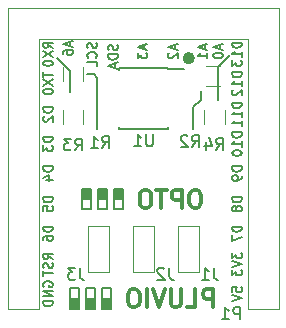
<source format=gbr>
G04 #@! TF.FileFunction,Legend,Bot*
%FSLAX46Y46*%
G04 Gerber Fmt 4.6, Leading zero omitted, Abs format (unit mm)*
G04 Created by KiCad (PCBNEW 4.0.5) date 04/10/19 11:09:41*
%MOMM*%
%LPD*%
G01*
G04 APERTURE LIST*
%ADD10C,0.100000*%
%ADD11C,0.150000*%
%ADD12C,0.500000*%
%ADD13C,0.300000*%
%ADD14C,0.120000*%
G04 APERTURE END LIST*
D10*
D11*
X155611000Y-72375000D02*
X155611000Y-74225000D01*
X156261000Y-71725000D02*
X155611000Y-72375000D01*
X156261000Y-70975000D02*
X156261000Y-71725000D01*
X147211000Y-69575000D02*
X146661000Y-69575000D01*
X147511000Y-69875000D02*
X147211000Y-69575000D01*
X147511000Y-74225000D02*
X147511000Y-69875000D01*
D12*
X155530258Y-68225000D02*
G75*
G03X155530258Y-68225000I-269258J0D01*
G01*
D11*
X148711000Y-89425000D02*
X148711000Y-87675000D01*
X148711000Y-87675000D02*
X147911000Y-87675000D01*
X147911000Y-87675000D02*
X147911000Y-89425000D01*
X147911000Y-89425000D02*
X148711000Y-89425000D01*
X148711000Y-89425000D02*
X148711000Y-89275000D01*
X148711000Y-89275000D02*
X147961000Y-89275000D01*
X147961000Y-89275000D02*
X147961000Y-89125000D01*
X147961000Y-89175000D02*
X148661000Y-89175000D01*
X148661000Y-89125000D02*
X148661000Y-88975000D01*
X148661000Y-89025000D02*
X148011000Y-89025000D01*
X148011000Y-88975000D02*
X148011000Y-88825000D01*
X148011000Y-88875000D02*
X148611000Y-88875000D01*
X148611000Y-88825000D02*
X148611000Y-88675000D01*
X148611000Y-88775000D02*
X148011000Y-88775000D01*
X148011000Y-88675000D02*
X148011000Y-88575000D01*
X148011000Y-88675000D02*
X148661000Y-88675000D01*
X148661000Y-88575000D02*
X147961000Y-88575000D01*
X147311000Y-88575000D02*
X146611000Y-88575000D01*
X146661000Y-88675000D02*
X147311000Y-88675000D01*
X146661000Y-88675000D02*
X146661000Y-88575000D01*
X147261000Y-88775000D02*
X146661000Y-88775000D01*
X147261000Y-88825000D02*
X147261000Y-88675000D01*
X146661000Y-88875000D02*
X147261000Y-88875000D01*
X146661000Y-88975000D02*
X146661000Y-88825000D01*
X147311000Y-89025000D02*
X146661000Y-89025000D01*
X147311000Y-89125000D02*
X147311000Y-88975000D01*
X146611000Y-89175000D02*
X147311000Y-89175000D01*
X146611000Y-89275000D02*
X146611000Y-89125000D01*
X147361000Y-89275000D02*
X146611000Y-89275000D01*
X147361000Y-89425000D02*
X147361000Y-89275000D01*
X146561000Y-89425000D02*
X147361000Y-89425000D01*
X146561000Y-87675000D02*
X146561000Y-89425000D01*
X147361000Y-87675000D02*
X146561000Y-87675000D01*
X147361000Y-89425000D02*
X147361000Y-87675000D01*
X146011000Y-89425000D02*
X146011000Y-87675000D01*
X146011000Y-87675000D02*
X145211000Y-87675000D01*
X145211000Y-87675000D02*
X145211000Y-89425000D01*
X145211000Y-89425000D02*
X146011000Y-89425000D01*
X146011000Y-89425000D02*
X146011000Y-89275000D01*
X146011000Y-89275000D02*
X145261000Y-89275000D01*
X145261000Y-89275000D02*
X145261000Y-89125000D01*
X145261000Y-89175000D02*
X145961000Y-89175000D01*
X145961000Y-89125000D02*
X145961000Y-88975000D01*
X145961000Y-89025000D02*
X145311000Y-89025000D01*
X145311000Y-88975000D02*
X145311000Y-88825000D01*
X145311000Y-88875000D02*
X145911000Y-88875000D01*
X145911000Y-88825000D02*
X145911000Y-88675000D01*
X145911000Y-88775000D02*
X145311000Y-88775000D01*
X145311000Y-88675000D02*
X145311000Y-88575000D01*
X145311000Y-88675000D02*
X145961000Y-88675000D01*
X145961000Y-88575000D02*
X145261000Y-88575000D01*
D13*
X157311001Y-89303571D02*
X157311001Y-87803571D01*
X156739573Y-87803571D01*
X156596715Y-87875000D01*
X156525287Y-87946429D01*
X156453858Y-88089286D01*
X156453858Y-88303571D01*
X156525287Y-88446429D01*
X156596715Y-88517857D01*
X156739573Y-88589286D01*
X157311001Y-88589286D01*
X155096715Y-89303571D02*
X155811001Y-89303571D01*
X155811001Y-87803571D01*
X154596715Y-87803571D02*
X154596715Y-89017857D01*
X154525287Y-89160714D01*
X154453858Y-89232143D01*
X154311001Y-89303571D01*
X154025287Y-89303571D01*
X153882429Y-89232143D01*
X153811001Y-89160714D01*
X153739572Y-89017857D01*
X153739572Y-87803571D01*
X153239572Y-87803571D02*
X152739572Y-89303571D01*
X152239572Y-87803571D01*
X151739572Y-89303571D02*
X151739572Y-87803571D01*
X150739572Y-87803571D02*
X150453858Y-87803571D01*
X150311000Y-87875000D01*
X150168143Y-88017857D01*
X150096715Y-88303571D01*
X150096715Y-88803571D01*
X150168143Y-89089286D01*
X150311000Y-89232143D01*
X150453858Y-89303571D01*
X150739572Y-89303571D01*
X150882429Y-89232143D01*
X151025286Y-89089286D01*
X151096715Y-88803571D01*
X151096715Y-88303571D01*
X151025286Y-88017857D01*
X150882429Y-87875000D01*
X150739572Y-87803571D01*
X155953858Y-79403571D02*
X155668144Y-79403571D01*
X155525286Y-79475000D01*
X155382429Y-79617857D01*
X155311001Y-79903571D01*
X155311001Y-80403571D01*
X155382429Y-80689286D01*
X155525286Y-80832143D01*
X155668144Y-80903571D01*
X155953858Y-80903571D01*
X156096715Y-80832143D01*
X156239572Y-80689286D01*
X156311001Y-80403571D01*
X156311001Y-79903571D01*
X156239572Y-79617857D01*
X156096715Y-79475000D01*
X155953858Y-79403571D01*
X154668143Y-80903571D02*
X154668143Y-79403571D01*
X154096715Y-79403571D01*
X153953857Y-79475000D01*
X153882429Y-79546429D01*
X153811000Y-79689286D01*
X153811000Y-79903571D01*
X153882429Y-80046429D01*
X153953857Y-80117857D01*
X154096715Y-80189286D01*
X154668143Y-80189286D01*
X153382429Y-79403571D02*
X152525286Y-79403571D01*
X152953857Y-80903571D02*
X152953857Y-79403571D01*
X151739572Y-79403571D02*
X151453858Y-79403571D01*
X151311000Y-79475000D01*
X151168143Y-79617857D01*
X151096715Y-79903571D01*
X151096715Y-80403571D01*
X151168143Y-80689286D01*
X151311000Y-80832143D01*
X151453858Y-80903571D01*
X151739572Y-80903571D01*
X151882429Y-80832143D01*
X152025286Y-80689286D01*
X152096715Y-80403571D01*
X152096715Y-79903571D01*
X152025286Y-79617857D01*
X151882429Y-79475000D01*
X151739572Y-79403571D01*
D11*
X148961000Y-80125000D02*
X149661000Y-80125000D01*
X149611000Y-80025000D02*
X148961000Y-80025000D01*
X149611000Y-80025000D02*
X149611000Y-80125000D01*
X149011000Y-79925000D02*
X149611000Y-79925000D01*
X149011000Y-79875000D02*
X149011000Y-80025000D01*
X149611000Y-79825000D02*
X149011000Y-79825000D01*
X149611000Y-79725000D02*
X149611000Y-79875000D01*
X148961000Y-79675000D02*
X149611000Y-79675000D01*
X148961000Y-79575000D02*
X148961000Y-79725000D01*
X149661000Y-79525000D02*
X148961000Y-79525000D01*
X149661000Y-79425000D02*
X149661000Y-79575000D01*
X148911000Y-79425000D02*
X149661000Y-79425000D01*
X148911000Y-79275000D02*
X148911000Y-79425000D01*
X149711000Y-79275000D02*
X148911000Y-79275000D01*
X149711000Y-81025000D02*
X149711000Y-79275000D01*
X148911000Y-81025000D02*
X149711000Y-81025000D01*
X148911000Y-79275000D02*
X148911000Y-81025000D01*
X147561000Y-79275000D02*
X147561000Y-81025000D01*
X147561000Y-81025000D02*
X148361000Y-81025000D01*
X148361000Y-81025000D02*
X148361000Y-79275000D01*
X148361000Y-79275000D02*
X147561000Y-79275000D01*
X147561000Y-79275000D02*
X147561000Y-79425000D01*
X147561000Y-79425000D02*
X148311000Y-79425000D01*
X148311000Y-79425000D02*
X148311000Y-79575000D01*
X148311000Y-79525000D02*
X147611000Y-79525000D01*
X147611000Y-79575000D02*
X147611000Y-79725000D01*
X147611000Y-79675000D02*
X148261000Y-79675000D01*
X148261000Y-79725000D02*
X148261000Y-79875000D01*
X148261000Y-79825000D02*
X147661000Y-79825000D01*
X147661000Y-79875000D02*
X147661000Y-80025000D01*
X147661000Y-79925000D02*
X148261000Y-79925000D01*
X148261000Y-80025000D02*
X148261000Y-80125000D01*
X148261000Y-80025000D02*
X147611000Y-80025000D01*
X147611000Y-80125000D02*
X148311000Y-80125000D01*
X146261000Y-80125000D02*
X146961000Y-80125000D01*
X146911000Y-80025000D02*
X146261000Y-80025000D01*
X146911000Y-80025000D02*
X146911000Y-80125000D01*
X146311000Y-79925000D02*
X146911000Y-79925000D01*
X146311000Y-79875000D02*
X146311000Y-80025000D01*
X146911000Y-79825000D02*
X146311000Y-79825000D01*
X146911000Y-79725000D02*
X146911000Y-79875000D01*
X146261000Y-79675000D02*
X146911000Y-79675000D01*
X146261000Y-79575000D02*
X146261000Y-79725000D01*
X146961000Y-79525000D02*
X146261000Y-79525000D01*
X146961000Y-79425000D02*
X146961000Y-79575000D01*
X146211000Y-79425000D02*
X146961000Y-79425000D01*
X146211000Y-79275000D02*
X146211000Y-79425000D01*
X147011000Y-79275000D02*
X146211000Y-79275000D01*
X147011000Y-81025000D02*
X147011000Y-79275000D01*
X146211000Y-81025000D02*
X147011000Y-81025000D01*
X146211000Y-79275000D02*
X146211000Y-81025000D01*
X145171000Y-69265000D02*
X144071000Y-68165000D01*
X145171000Y-69265000D02*
X145171000Y-71065000D01*
X158771000Y-67965000D02*
X157771000Y-68965000D01*
X157771000Y-68965000D02*
X157771000Y-71765000D01*
D14*
X139921000Y-89495000D02*
X139921000Y-63975000D01*
X139921000Y-63975000D02*
X162901000Y-63975000D01*
X162901000Y-89495000D02*
X162901000Y-63975000D01*
X160241000Y-89495000D02*
X160241000Y-66635000D01*
X160241000Y-66635000D02*
X142581000Y-66635000D01*
X142581000Y-89495000D02*
X142581000Y-66635000D01*
X142581000Y-89495000D02*
X142581000Y-82685000D01*
X162901000Y-89495000D02*
X160241000Y-89495000D01*
X139921000Y-89495000D02*
X142581000Y-89495000D01*
X162901000Y-67845000D02*
X162901000Y-66515000D01*
X156101000Y-82465000D02*
X156101000Y-86285000D01*
X156101000Y-86285000D02*
X154321000Y-86285000D01*
X154321000Y-86285000D02*
X154321000Y-82465000D01*
X156101000Y-82465000D02*
X154321000Y-82465000D01*
X152301000Y-82465000D02*
X152301000Y-86285000D01*
X152301000Y-86285000D02*
X150521000Y-86285000D01*
X150521000Y-86285000D02*
X150521000Y-82465000D01*
X152301000Y-82465000D02*
X150521000Y-82465000D01*
X148501000Y-82465000D02*
X148501000Y-86285000D01*
X148501000Y-86285000D02*
X146721000Y-86285000D01*
X146721000Y-86285000D02*
X146721000Y-82465000D01*
X148501000Y-82465000D02*
X146721000Y-82465000D01*
X144581000Y-68925000D02*
X144581000Y-70125000D01*
X146341000Y-70125000D02*
X146341000Y-68925000D01*
X156711000Y-70605000D02*
X157911000Y-70605000D01*
X157911000Y-68845000D02*
X156711000Y-68845000D01*
X144581000Y-72625000D02*
X144581000Y-73825000D01*
X146341000Y-73825000D02*
X146341000Y-72625000D01*
X156531000Y-72625000D02*
X156531000Y-73825000D01*
X158291000Y-73825000D02*
X158291000Y-72625000D01*
D11*
X153486000Y-69050000D02*
X153486000Y-69100000D01*
X149336000Y-69050000D02*
X149336000Y-69195000D01*
X149336000Y-74200000D02*
X149336000Y-74055000D01*
X153486000Y-74200000D02*
X153486000Y-74055000D01*
X153486000Y-69050000D02*
X149336000Y-69050000D01*
X153486000Y-74200000D02*
X149336000Y-74200000D01*
X153486000Y-69100000D02*
X154886000Y-69100000D01*
X159599095Y-90327381D02*
X159599095Y-89327381D01*
X159218142Y-89327381D01*
X159122904Y-89375000D01*
X159075285Y-89422619D01*
X159027666Y-89517857D01*
X159027666Y-89660714D01*
X159075285Y-89755952D01*
X159122904Y-89803571D01*
X159218142Y-89851190D01*
X159599095Y-89851190D01*
X158075285Y-90327381D02*
X158646714Y-90327381D01*
X158361000Y-90327381D02*
X158361000Y-89327381D01*
X158456238Y-89470238D01*
X158551476Y-89565476D01*
X158646714Y-89613095D01*
X142971000Y-87555477D02*
X142932905Y-87479286D01*
X142932905Y-87365001D01*
X142971000Y-87250715D01*
X143047190Y-87174524D01*
X143123381Y-87136429D01*
X143275762Y-87098334D01*
X143390048Y-87098334D01*
X143542429Y-87136429D01*
X143618619Y-87174524D01*
X143694810Y-87250715D01*
X143732905Y-87365001D01*
X143732905Y-87441191D01*
X143694810Y-87555477D01*
X143656714Y-87593572D01*
X143390048Y-87593572D01*
X143390048Y-87441191D01*
X143732905Y-87936429D02*
X142932905Y-87936429D01*
X143732905Y-88393572D01*
X142932905Y-88393572D01*
X143732905Y-88774524D02*
X142932905Y-88774524D01*
X142932905Y-88965000D01*
X142971000Y-89079286D01*
X143047190Y-89155477D01*
X143123381Y-89193572D01*
X143275762Y-89231667D01*
X143390048Y-89231667D01*
X143542429Y-89193572D01*
X143618619Y-89155477D01*
X143694810Y-89079286D01*
X143732905Y-88965000D01*
X143732905Y-88774524D01*
X143732905Y-85226905D02*
X143351952Y-84960238D01*
X143732905Y-84769762D02*
X142932905Y-84769762D01*
X142932905Y-85074524D01*
X142971000Y-85150715D01*
X143009095Y-85188810D01*
X143085286Y-85226905D01*
X143199571Y-85226905D01*
X143275762Y-85188810D01*
X143313857Y-85150715D01*
X143351952Y-85074524D01*
X143351952Y-84769762D01*
X143694810Y-85531667D02*
X143732905Y-85645953D01*
X143732905Y-85836429D01*
X143694810Y-85912619D01*
X143656714Y-85950715D01*
X143580524Y-85988810D01*
X143504333Y-85988810D01*
X143428143Y-85950715D01*
X143390048Y-85912619D01*
X143351952Y-85836429D01*
X143313857Y-85684048D01*
X143275762Y-85607857D01*
X143237667Y-85569762D01*
X143161476Y-85531667D01*
X143085286Y-85531667D01*
X143009095Y-85569762D01*
X142971000Y-85607857D01*
X142932905Y-85684048D01*
X142932905Y-85874524D01*
X142971000Y-85988810D01*
X142932905Y-86217381D02*
X142932905Y-86674524D01*
X143732905Y-86445953D02*
X142932905Y-86445953D01*
X143732905Y-82474524D02*
X142932905Y-82474524D01*
X142932905Y-82665000D01*
X142971000Y-82779286D01*
X143047190Y-82855477D01*
X143123381Y-82893572D01*
X143275762Y-82931667D01*
X143390048Y-82931667D01*
X143542429Y-82893572D01*
X143618619Y-82855477D01*
X143694810Y-82779286D01*
X143732905Y-82665000D01*
X143732905Y-82474524D01*
X142932905Y-83617381D02*
X142932905Y-83465000D01*
X142971000Y-83388810D01*
X143009095Y-83350715D01*
X143123381Y-83274524D01*
X143275762Y-83236429D01*
X143580524Y-83236429D01*
X143656714Y-83274524D01*
X143694810Y-83312619D01*
X143732905Y-83388810D01*
X143732905Y-83541191D01*
X143694810Y-83617381D01*
X143656714Y-83655477D01*
X143580524Y-83693572D01*
X143390048Y-83693572D01*
X143313857Y-83655477D01*
X143275762Y-83617381D01*
X143237667Y-83541191D01*
X143237667Y-83388810D01*
X143275762Y-83312619D01*
X143313857Y-83274524D01*
X143390048Y-83236429D01*
X143732905Y-79974524D02*
X142932905Y-79974524D01*
X142932905Y-80165000D01*
X142971000Y-80279286D01*
X143047190Y-80355477D01*
X143123381Y-80393572D01*
X143275762Y-80431667D01*
X143390048Y-80431667D01*
X143542429Y-80393572D01*
X143618619Y-80355477D01*
X143694810Y-80279286D01*
X143732905Y-80165000D01*
X143732905Y-79974524D01*
X142932905Y-81155477D02*
X142932905Y-80774524D01*
X143313857Y-80736429D01*
X143275762Y-80774524D01*
X143237667Y-80850715D01*
X143237667Y-81041191D01*
X143275762Y-81117381D01*
X143313857Y-81155477D01*
X143390048Y-81193572D01*
X143580524Y-81193572D01*
X143656714Y-81155477D01*
X143694810Y-81117381D01*
X143732905Y-81041191D01*
X143732905Y-80850715D01*
X143694810Y-80774524D01*
X143656714Y-80736429D01*
X143732905Y-77374524D02*
X142932905Y-77374524D01*
X142932905Y-77565000D01*
X142971000Y-77679286D01*
X143047190Y-77755477D01*
X143123381Y-77793572D01*
X143275762Y-77831667D01*
X143390048Y-77831667D01*
X143542429Y-77793572D01*
X143618619Y-77755477D01*
X143694810Y-77679286D01*
X143732905Y-77565000D01*
X143732905Y-77374524D01*
X143199571Y-78517381D02*
X143732905Y-78517381D01*
X142894810Y-78326905D02*
X143466238Y-78136429D01*
X143466238Y-78631667D01*
X143732905Y-74874524D02*
X142932905Y-74874524D01*
X142932905Y-75065000D01*
X142971000Y-75179286D01*
X143047190Y-75255477D01*
X143123381Y-75293572D01*
X143275762Y-75331667D01*
X143390048Y-75331667D01*
X143542429Y-75293572D01*
X143618619Y-75255477D01*
X143694810Y-75179286D01*
X143732905Y-75065000D01*
X143732905Y-74874524D01*
X142932905Y-75598334D02*
X142932905Y-76093572D01*
X143237667Y-75826905D01*
X143237667Y-75941191D01*
X143275762Y-76017381D01*
X143313857Y-76055477D01*
X143390048Y-76093572D01*
X143580524Y-76093572D01*
X143656714Y-76055477D01*
X143694810Y-76017381D01*
X143732905Y-75941191D01*
X143732905Y-75712619D01*
X143694810Y-75636429D01*
X143656714Y-75598334D01*
X143732905Y-72374524D02*
X142932905Y-72374524D01*
X142932905Y-72565000D01*
X142971000Y-72679286D01*
X143047190Y-72755477D01*
X143123381Y-72793572D01*
X143275762Y-72831667D01*
X143390048Y-72831667D01*
X143542429Y-72793572D01*
X143618619Y-72755477D01*
X143694810Y-72679286D01*
X143732905Y-72565000D01*
X143732905Y-72374524D01*
X143009095Y-73136429D02*
X142971000Y-73174524D01*
X142932905Y-73250715D01*
X142932905Y-73441191D01*
X142971000Y-73517381D01*
X143009095Y-73555477D01*
X143085286Y-73593572D01*
X143161476Y-73593572D01*
X143275762Y-73555477D01*
X143732905Y-73098334D01*
X143732905Y-73593572D01*
X142932905Y-69374523D02*
X142932905Y-69831666D01*
X143732905Y-69603095D02*
X142932905Y-69603095D01*
X142932905Y-70022143D02*
X143732905Y-70555476D01*
X142932905Y-70555476D02*
X143732905Y-70022143D01*
X142932905Y-71012619D02*
X142932905Y-71088810D01*
X142971000Y-71165000D01*
X143009095Y-71203095D01*
X143085286Y-71241191D01*
X143237667Y-71279286D01*
X143428143Y-71279286D01*
X143580524Y-71241191D01*
X143656714Y-71203095D01*
X143694810Y-71165000D01*
X143732905Y-71088810D01*
X143732905Y-71012619D01*
X143694810Y-70936429D01*
X143656714Y-70898333D01*
X143580524Y-70860238D01*
X143428143Y-70822143D01*
X143237667Y-70822143D01*
X143085286Y-70860238D01*
X143009095Y-70898333D01*
X142971000Y-70936429D01*
X142932905Y-71012619D01*
X143732905Y-67350714D02*
X143351952Y-67084047D01*
X143732905Y-66893571D02*
X142932905Y-66893571D01*
X142932905Y-67198333D01*
X142971000Y-67274524D01*
X143009095Y-67312619D01*
X143085286Y-67350714D01*
X143199571Y-67350714D01*
X143275762Y-67312619D01*
X143313857Y-67274524D01*
X143351952Y-67198333D01*
X143351952Y-66893571D01*
X142932905Y-67617381D02*
X143732905Y-68150714D01*
X142932905Y-68150714D02*
X143732905Y-67617381D01*
X142932905Y-68607857D02*
X142932905Y-68684048D01*
X142971000Y-68760238D01*
X143009095Y-68798333D01*
X143085286Y-68836429D01*
X143237667Y-68874524D01*
X143428143Y-68874524D01*
X143580524Y-68836429D01*
X143656714Y-68798333D01*
X143694810Y-68760238D01*
X143732905Y-68684048D01*
X143732905Y-68607857D01*
X143694810Y-68531667D01*
X143656714Y-68493571D01*
X143580524Y-68455476D01*
X143428143Y-68417381D01*
X143237667Y-68417381D01*
X143085286Y-68455476D01*
X143009095Y-68493571D01*
X142971000Y-68531667D01*
X142932905Y-68607857D01*
X145194333Y-66803572D02*
X145194333Y-67184524D01*
X145422905Y-66727381D02*
X144622905Y-66994048D01*
X145422905Y-67260715D01*
X144622905Y-67870238D02*
X144622905Y-67717857D01*
X144661000Y-67641667D01*
X144699095Y-67603572D01*
X144813381Y-67527381D01*
X144965762Y-67489286D01*
X145270524Y-67489286D01*
X145346714Y-67527381D01*
X145384810Y-67565476D01*
X145422905Y-67641667D01*
X145422905Y-67794048D01*
X145384810Y-67870238D01*
X145346714Y-67908334D01*
X145270524Y-67946429D01*
X145080048Y-67946429D01*
X145003857Y-67908334D01*
X144965762Y-67870238D01*
X144927667Y-67794048D01*
X144927667Y-67641667D01*
X144965762Y-67565476D01*
X145003857Y-67527381D01*
X145080048Y-67489286D01*
X147434810Y-66922619D02*
X147472905Y-67036905D01*
X147472905Y-67227381D01*
X147434810Y-67303571D01*
X147396714Y-67341667D01*
X147320524Y-67379762D01*
X147244333Y-67379762D01*
X147168143Y-67341667D01*
X147130048Y-67303571D01*
X147091952Y-67227381D01*
X147053857Y-67075000D01*
X147015762Y-66998809D01*
X146977667Y-66960714D01*
X146901476Y-66922619D01*
X146825286Y-66922619D01*
X146749095Y-66960714D01*
X146711000Y-66998809D01*
X146672905Y-67075000D01*
X146672905Y-67265476D01*
X146711000Y-67379762D01*
X147396714Y-68179762D02*
X147434810Y-68141667D01*
X147472905Y-68027381D01*
X147472905Y-67951191D01*
X147434810Y-67836905D01*
X147358619Y-67760714D01*
X147282429Y-67722619D01*
X147130048Y-67684524D01*
X147015762Y-67684524D01*
X146863381Y-67722619D01*
X146787190Y-67760714D01*
X146711000Y-67836905D01*
X146672905Y-67951191D01*
X146672905Y-68027381D01*
X146711000Y-68141667D01*
X146749095Y-68179762D01*
X147472905Y-68903572D02*
X147472905Y-68522619D01*
X146672905Y-68522619D01*
X149194810Y-67093572D02*
X149232905Y-67207858D01*
X149232905Y-67398334D01*
X149194810Y-67474524D01*
X149156714Y-67512620D01*
X149080524Y-67550715D01*
X149004333Y-67550715D01*
X148928143Y-67512620D01*
X148890048Y-67474524D01*
X148851952Y-67398334D01*
X148813857Y-67245953D01*
X148775762Y-67169762D01*
X148737667Y-67131667D01*
X148661476Y-67093572D01*
X148585286Y-67093572D01*
X148509095Y-67131667D01*
X148471000Y-67169762D01*
X148432905Y-67245953D01*
X148432905Y-67436429D01*
X148471000Y-67550715D01*
X149232905Y-67893572D02*
X148432905Y-67893572D01*
X148432905Y-68084048D01*
X148471000Y-68198334D01*
X148547190Y-68274525D01*
X148623381Y-68312620D01*
X148775762Y-68350715D01*
X148890048Y-68350715D01*
X149042429Y-68312620D01*
X149118619Y-68274525D01*
X149194810Y-68198334D01*
X149232905Y-68084048D01*
X149232905Y-67893572D01*
X149004333Y-68655477D02*
X149004333Y-69036429D01*
X149232905Y-68579286D02*
X148432905Y-68845953D01*
X149232905Y-69112620D01*
X151504333Y-67093572D02*
X151504333Y-67474524D01*
X151732905Y-67017381D02*
X150932905Y-67284048D01*
X151732905Y-67550715D01*
X150932905Y-67741191D02*
X150932905Y-68236429D01*
X151237667Y-67969762D01*
X151237667Y-68084048D01*
X151275762Y-68160238D01*
X151313857Y-68198334D01*
X151390048Y-68236429D01*
X151580524Y-68236429D01*
X151656714Y-68198334D01*
X151694810Y-68160238D01*
X151732905Y-68084048D01*
X151732905Y-67855476D01*
X151694810Y-67779286D01*
X151656714Y-67741191D01*
X154104333Y-67093572D02*
X154104333Y-67474524D01*
X154332905Y-67017381D02*
X153532905Y-67284048D01*
X154332905Y-67550715D01*
X153609095Y-67779286D02*
X153571000Y-67817381D01*
X153532905Y-67893572D01*
X153532905Y-68084048D01*
X153571000Y-68160238D01*
X153609095Y-68198334D01*
X153685286Y-68236429D01*
X153761476Y-68236429D01*
X153875762Y-68198334D01*
X154332905Y-67741191D01*
X154332905Y-68236429D01*
X156604333Y-67093572D02*
X156604333Y-67474524D01*
X156832905Y-67017381D02*
X156032905Y-67284048D01*
X156832905Y-67550715D01*
X156832905Y-68236429D02*
X156832905Y-67779286D01*
X156832905Y-68007857D02*
X156032905Y-68007857D01*
X156147190Y-67931667D01*
X156223381Y-67855476D01*
X156261476Y-67779286D01*
X157904333Y-67093572D02*
X157904333Y-67474524D01*
X158132905Y-67017381D02*
X157332905Y-67284048D01*
X158132905Y-67550715D01*
X157332905Y-67969762D02*
X157332905Y-68045953D01*
X157371000Y-68122143D01*
X157409095Y-68160238D01*
X157485286Y-68198334D01*
X157637667Y-68236429D01*
X157828143Y-68236429D01*
X157980524Y-68198334D01*
X158056714Y-68160238D01*
X158094810Y-68122143D01*
X158132905Y-68045953D01*
X158132905Y-67969762D01*
X158094810Y-67893572D01*
X158056714Y-67855476D01*
X157980524Y-67817381D01*
X157828143Y-67779286D01*
X157637667Y-67779286D01*
X157485286Y-67817381D01*
X157409095Y-67855476D01*
X157371000Y-67893572D01*
X157332905Y-67969762D01*
X159732905Y-66893571D02*
X158932905Y-66893571D01*
X158932905Y-67084047D01*
X158971000Y-67198333D01*
X159047190Y-67274524D01*
X159123381Y-67312619D01*
X159275762Y-67350714D01*
X159390048Y-67350714D01*
X159542429Y-67312619D01*
X159618619Y-67274524D01*
X159694810Y-67198333D01*
X159732905Y-67084047D01*
X159732905Y-66893571D01*
X159732905Y-68112619D02*
X159732905Y-67655476D01*
X159732905Y-67884047D02*
X158932905Y-67884047D01*
X159047190Y-67807857D01*
X159123381Y-67731666D01*
X159161476Y-67655476D01*
X158932905Y-68379286D02*
X158932905Y-68874524D01*
X159237667Y-68607857D01*
X159237667Y-68722143D01*
X159275762Y-68798333D01*
X159313857Y-68836429D01*
X159390048Y-68874524D01*
X159580524Y-68874524D01*
X159656714Y-68836429D01*
X159694810Y-68798333D01*
X159732905Y-68722143D01*
X159732905Y-68493571D01*
X159694810Y-68417381D01*
X159656714Y-68379286D01*
X159732905Y-69393571D02*
X158932905Y-69393571D01*
X158932905Y-69584047D01*
X158971000Y-69698333D01*
X159047190Y-69774524D01*
X159123381Y-69812619D01*
X159275762Y-69850714D01*
X159390048Y-69850714D01*
X159542429Y-69812619D01*
X159618619Y-69774524D01*
X159694810Y-69698333D01*
X159732905Y-69584047D01*
X159732905Y-69393571D01*
X159732905Y-70612619D02*
X159732905Y-70155476D01*
X159732905Y-70384047D02*
X158932905Y-70384047D01*
X159047190Y-70307857D01*
X159123381Y-70231666D01*
X159161476Y-70155476D01*
X159009095Y-70917381D02*
X158971000Y-70955476D01*
X158932905Y-71031667D01*
X158932905Y-71222143D01*
X158971000Y-71298333D01*
X159009095Y-71336429D01*
X159085286Y-71374524D01*
X159161476Y-71374524D01*
X159275762Y-71336429D01*
X159732905Y-70879286D01*
X159732905Y-71374524D01*
X159732905Y-71993571D02*
X158932905Y-71993571D01*
X158932905Y-72184047D01*
X158971000Y-72298333D01*
X159047190Y-72374524D01*
X159123381Y-72412619D01*
X159275762Y-72450714D01*
X159390048Y-72450714D01*
X159542429Y-72412619D01*
X159618619Y-72374524D01*
X159694810Y-72298333D01*
X159732905Y-72184047D01*
X159732905Y-71993571D01*
X159732905Y-73212619D02*
X159732905Y-72755476D01*
X159732905Y-72984047D02*
X158932905Y-72984047D01*
X159047190Y-72907857D01*
X159123381Y-72831666D01*
X159161476Y-72755476D01*
X159732905Y-73974524D02*
X159732905Y-73517381D01*
X159732905Y-73745952D02*
X158932905Y-73745952D01*
X159047190Y-73669762D01*
X159123381Y-73593571D01*
X159161476Y-73517381D01*
X159732905Y-74493571D02*
X158932905Y-74493571D01*
X158932905Y-74684047D01*
X158971000Y-74798333D01*
X159047190Y-74874524D01*
X159123381Y-74912619D01*
X159275762Y-74950714D01*
X159390048Y-74950714D01*
X159542429Y-74912619D01*
X159618619Y-74874524D01*
X159694810Y-74798333D01*
X159732905Y-74684047D01*
X159732905Y-74493571D01*
X159732905Y-75712619D02*
X159732905Y-75255476D01*
X159732905Y-75484047D02*
X158932905Y-75484047D01*
X159047190Y-75407857D01*
X159123381Y-75331666D01*
X159161476Y-75255476D01*
X158932905Y-76207857D02*
X158932905Y-76284048D01*
X158971000Y-76360238D01*
X159009095Y-76398333D01*
X159085286Y-76436429D01*
X159237667Y-76474524D01*
X159428143Y-76474524D01*
X159580524Y-76436429D01*
X159656714Y-76398333D01*
X159694810Y-76360238D01*
X159732905Y-76284048D01*
X159732905Y-76207857D01*
X159694810Y-76131667D01*
X159656714Y-76093571D01*
X159580524Y-76055476D01*
X159428143Y-76017381D01*
X159237667Y-76017381D01*
X159085286Y-76055476D01*
X159009095Y-76093571D01*
X158971000Y-76131667D01*
X158932905Y-76207857D01*
X159732905Y-77374524D02*
X158932905Y-77374524D01*
X158932905Y-77565000D01*
X158971000Y-77679286D01*
X159047190Y-77755477D01*
X159123381Y-77793572D01*
X159275762Y-77831667D01*
X159390048Y-77831667D01*
X159542429Y-77793572D01*
X159618619Y-77755477D01*
X159694810Y-77679286D01*
X159732905Y-77565000D01*
X159732905Y-77374524D01*
X159732905Y-78212619D02*
X159732905Y-78365000D01*
X159694810Y-78441191D01*
X159656714Y-78479286D01*
X159542429Y-78555477D01*
X159390048Y-78593572D01*
X159085286Y-78593572D01*
X159009095Y-78555477D01*
X158971000Y-78517381D01*
X158932905Y-78441191D01*
X158932905Y-78288810D01*
X158971000Y-78212619D01*
X159009095Y-78174524D01*
X159085286Y-78136429D01*
X159275762Y-78136429D01*
X159351952Y-78174524D01*
X159390048Y-78212619D01*
X159428143Y-78288810D01*
X159428143Y-78441191D01*
X159390048Y-78517381D01*
X159351952Y-78555477D01*
X159275762Y-78593572D01*
X159732905Y-79974524D02*
X158932905Y-79974524D01*
X158932905Y-80165000D01*
X158971000Y-80279286D01*
X159047190Y-80355477D01*
X159123381Y-80393572D01*
X159275762Y-80431667D01*
X159390048Y-80431667D01*
X159542429Y-80393572D01*
X159618619Y-80355477D01*
X159694810Y-80279286D01*
X159732905Y-80165000D01*
X159732905Y-79974524D01*
X159275762Y-80888810D02*
X159237667Y-80812619D01*
X159199571Y-80774524D01*
X159123381Y-80736429D01*
X159085286Y-80736429D01*
X159009095Y-80774524D01*
X158971000Y-80812619D01*
X158932905Y-80888810D01*
X158932905Y-81041191D01*
X158971000Y-81117381D01*
X159009095Y-81155477D01*
X159085286Y-81193572D01*
X159123381Y-81193572D01*
X159199571Y-81155477D01*
X159237667Y-81117381D01*
X159275762Y-81041191D01*
X159275762Y-80888810D01*
X159313857Y-80812619D01*
X159351952Y-80774524D01*
X159428143Y-80736429D01*
X159580524Y-80736429D01*
X159656714Y-80774524D01*
X159694810Y-80812619D01*
X159732905Y-80888810D01*
X159732905Y-81041191D01*
X159694810Y-81117381D01*
X159656714Y-81155477D01*
X159580524Y-81193572D01*
X159428143Y-81193572D01*
X159351952Y-81155477D01*
X159313857Y-81117381D01*
X159275762Y-81041191D01*
X159732905Y-82474524D02*
X158932905Y-82474524D01*
X158932905Y-82665000D01*
X158971000Y-82779286D01*
X159047190Y-82855477D01*
X159123381Y-82893572D01*
X159275762Y-82931667D01*
X159390048Y-82931667D01*
X159542429Y-82893572D01*
X159618619Y-82855477D01*
X159694810Y-82779286D01*
X159732905Y-82665000D01*
X159732905Y-82474524D01*
X158932905Y-83198334D02*
X158932905Y-83731667D01*
X159732905Y-83388810D01*
X158932905Y-84674524D02*
X158932905Y-85169762D01*
X159237667Y-84903095D01*
X159237667Y-85017381D01*
X159275762Y-85093571D01*
X159313857Y-85131667D01*
X159390048Y-85169762D01*
X159580524Y-85169762D01*
X159656714Y-85131667D01*
X159694810Y-85093571D01*
X159732905Y-85017381D01*
X159732905Y-84788809D01*
X159694810Y-84712619D01*
X159656714Y-84674524D01*
X158932905Y-85398333D02*
X159732905Y-85665000D01*
X158932905Y-85931667D01*
X158932905Y-86122143D02*
X158932905Y-86617381D01*
X159237667Y-86350714D01*
X159237667Y-86465000D01*
X159275762Y-86541190D01*
X159313857Y-86579286D01*
X159390048Y-86617381D01*
X159580524Y-86617381D01*
X159656714Y-86579286D01*
X159694810Y-86541190D01*
X159732905Y-86465000D01*
X159732905Y-86236428D01*
X159694810Y-86160238D01*
X159656714Y-86122143D01*
X158932905Y-88012620D02*
X158932905Y-87631667D01*
X159313857Y-87593572D01*
X159275762Y-87631667D01*
X159237667Y-87707858D01*
X159237667Y-87898334D01*
X159275762Y-87974524D01*
X159313857Y-88012620D01*
X159390048Y-88050715D01*
X159580524Y-88050715D01*
X159656714Y-88012620D01*
X159694810Y-87974524D01*
X159732905Y-87898334D01*
X159732905Y-87707858D01*
X159694810Y-87631667D01*
X159656714Y-87593572D01*
X158932905Y-88279286D02*
X159732905Y-88545953D01*
X158932905Y-88812620D01*
X157394333Y-85977381D02*
X157394333Y-86691667D01*
X157441953Y-86834524D01*
X157537191Y-86929762D01*
X157680048Y-86977381D01*
X157775286Y-86977381D01*
X156394333Y-86977381D02*
X156965762Y-86977381D01*
X156680048Y-86977381D02*
X156680048Y-85977381D01*
X156775286Y-86120238D01*
X156870524Y-86215476D01*
X156965762Y-86263095D01*
X153594333Y-85977381D02*
X153594333Y-86691667D01*
X153641953Y-86834524D01*
X153737191Y-86929762D01*
X153880048Y-86977381D01*
X153975286Y-86977381D01*
X153165762Y-86072619D02*
X153118143Y-86025000D01*
X153022905Y-85977381D01*
X152784809Y-85977381D01*
X152689571Y-86025000D01*
X152641952Y-86072619D01*
X152594333Y-86167857D01*
X152594333Y-86263095D01*
X152641952Y-86405952D01*
X153213381Y-86977381D01*
X152594333Y-86977381D01*
X146044333Y-85977381D02*
X146044333Y-86691667D01*
X146091953Y-86834524D01*
X146187191Y-86929762D01*
X146330048Y-86977381D01*
X146425286Y-86977381D01*
X145663381Y-85977381D02*
X145044333Y-85977381D01*
X145377667Y-86358333D01*
X145234809Y-86358333D01*
X145139571Y-86405952D01*
X145091952Y-86453571D01*
X145044333Y-86548810D01*
X145044333Y-86786905D01*
X145091952Y-86882143D01*
X145139571Y-86929762D01*
X145234809Y-86977381D01*
X145520524Y-86977381D01*
X145615762Y-86929762D01*
X145663381Y-86882143D01*
X147927666Y-75827381D02*
X148261000Y-75351190D01*
X148499095Y-75827381D02*
X148499095Y-74827381D01*
X148118142Y-74827381D01*
X148022904Y-74875000D01*
X147975285Y-74922619D01*
X147927666Y-75017857D01*
X147927666Y-75160714D01*
X147975285Y-75255952D01*
X148022904Y-75303571D01*
X148118142Y-75351190D01*
X148499095Y-75351190D01*
X146975285Y-75827381D02*
X147546714Y-75827381D01*
X147261000Y-75827381D02*
X147261000Y-74827381D01*
X147356238Y-74970238D01*
X147451476Y-75065476D01*
X147546714Y-75113095D01*
X155527666Y-75727381D02*
X155861000Y-75251190D01*
X156099095Y-75727381D02*
X156099095Y-74727381D01*
X155718142Y-74727381D01*
X155622904Y-74775000D01*
X155575285Y-74822619D01*
X155527666Y-74917857D01*
X155527666Y-75060714D01*
X155575285Y-75155952D01*
X155622904Y-75203571D01*
X155718142Y-75251190D01*
X156099095Y-75251190D01*
X155146714Y-74822619D02*
X155099095Y-74775000D01*
X155003857Y-74727381D01*
X154765761Y-74727381D01*
X154670523Y-74775000D01*
X154622904Y-74822619D01*
X154575285Y-74917857D01*
X154575285Y-75013095D01*
X154622904Y-75155952D01*
X155194333Y-75727381D01*
X154575285Y-75727381D01*
X145627666Y-76027381D02*
X145961000Y-75551190D01*
X146199095Y-76027381D02*
X146199095Y-75027381D01*
X145818142Y-75027381D01*
X145722904Y-75075000D01*
X145675285Y-75122619D01*
X145627666Y-75217857D01*
X145627666Y-75360714D01*
X145675285Y-75455952D01*
X145722904Y-75503571D01*
X145818142Y-75551190D01*
X146199095Y-75551190D01*
X145294333Y-75027381D02*
X144675285Y-75027381D01*
X145008619Y-75408333D01*
X144865761Y-75408333D01*
X144770523Y-75455952D01*
X144722904Y-75503571D01*
X144675285Y-75598810D01*
X144675285Y-75836905D01*
X144722904Y-75932143D01*
X144770523Y-75979762D01*
X144865761Y-76027381D01*
X145151476Y-76027381D01*
X145246714Y-75979762D01*
X145294333Y-75932143D01*
X157577666Y-75977381D02*
X157911000Y-75501190D01*
X158149095Y-75977381D02*
X158149095Y-74977381D01*
X157768142Y-74977381D01*
X157672904Y-75025000D01*
X157625285Y-75072619D01*
X157577666Y-75167857D01*
X157577666Y-75310714D01*
X157625285Y-75405952D01*
X157672904Y-75453571D01*
X157768142Y-75501190D01*
X158149095Y-75501190D01*
X156720523Y-75310714D02*
X156720523Y-75977381D01*
X156958619Y-74929762D02*
X157196714Y-75644048D01*
X156577666Y-75644048D01*
X152222905Y-74677381D02*
X152222905Y-75486905D01*
X152175286Y-75582143D01*
X152127667Y-75629762D01*
X152032429Y-75677381D01*
X151841952Y-75677381D01*
X151746714Y-75629762D01*
X151699095Y-75582143D01*
X151651476Y-75486905D01*
X151651476Y-74677381D01*
X150651476Y-75677381D02*
X151222905Y-75677381D01*
X150937191Y-75677381D02*
X150937191Y-74677381D01*
X151032429Y-74820238D01*
X151127667Y-74915476D01*
X151222905Y-74963095D01*
M02*

</source>
